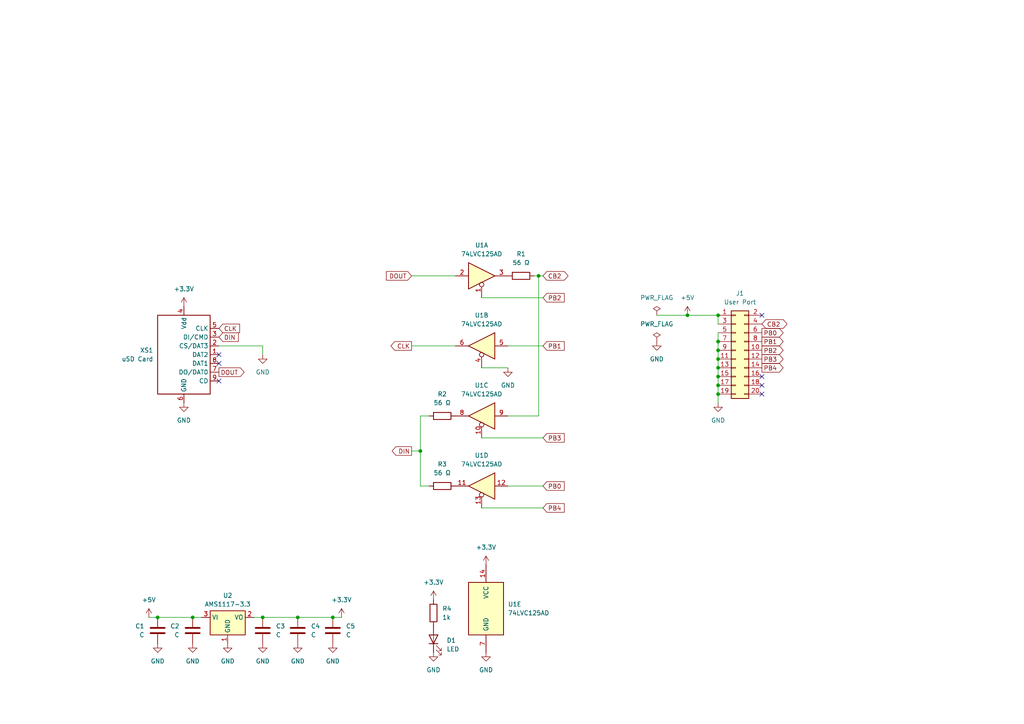
<source format=kicad_sch>
(kicad_sch (version 20230121) (generator eeschema)
  (paper "A4")
  (lib_symbols
    (symbol "74xx:74LS125" (pin_names (offset 1.016))
      (property "Reference" "U" (at 0 1.27 0))
      (property "Value" "74LS125" (at 0 -1.27 0))
      (symbol "74LS125_1_0"
        (polyline (pts (xy -3.81 3.81) (xy -3.81 -3.81) (xy 3.81 0) (xy -3.81 3.81)) (stroke (width 0.254)) (fill (type background)))
        (pin input inverted (at 0 -6.35 90) (length 4.445) (name "~") (number "1"))
        (pin input line (at -7.62 0 0) (length 3.81) (name "~") (number "2"))
        (pin tri_state line (at 7.62 0 180) (length 3.81) (name "~") (number "3"))
      )
      (symbol "74LS125_2_0"
        (polyline (pts (xy -3.81 3.81) (xy -3.81 -3.81) (xy 3.81 0) (xy -3.81 3.81)) (stroke (width 0.254)) (fill (type background)))
        (pin input inverted (at 0 -6.35 90) (length 4.445) (name "~") (number "4"))
        (pin input line (at -7.62 0 0) (length 3.81) (name "~") (number "5"))
        (pin tri_state line (at 7.62 0 180) (length 3.81) (name "~") (number "6"))
      )
      (symbol "74LS125_3_0"
        (polyline (pts (xy -3.81 3.81) (xy -3.81 -3.81) (xy 3.81 0) (xy -3.81 3.81)) (stroke (width 0.254)) (fill (type background)))
        (pin input inverted (at 0 -6.35 90) (length 4.445) (name "~") (number "10"))
        (pin tri_state line (at 7.62 0 180) (length 3.81) (name "~") (number "8"))
        (pin input line (at -7.62 0 0) (length 3.81) (name "~") (number "9"))
      )
      (symbol "74LS125_4_0"
        (polyline (pts (xy -3.81 3.81) (xy -3.81 -3.81) (xy 3.81 0) (xy -3.81 3.81)) (stroke (width 0.254)) (fill (type background)))
        (pin tri_state line (at 7.62 0 180) (length 3.81) (name "~") (number "11"))
        (pin input line (at -7.62 0 0) (length 3.81) (name "~") (number "12"))
        (pin input inverted (at 0 -6.35 90) (length 4.445) (name "~") (number "13"))
      )
      (symbol "74LS125_5_0"
        (pin power_in line (at 0 12.7 270) (length 5.08) (name "VCC") (number "14"))
        (pin power_in line (at 0 -12.7 90) (length 5.08) (name "GND") (number "7"))
      )
      (symbol "74LS125_5_1"
        (rectangle (start -5.08 7.62) (end 5.08 -7.62) (stroke (width 0.254)) (fill (type background)))
      )
    )
    (symbol "Connector_Generic:Conn_02x10_Odd_Even" (pin_names (offset 1.016) hide)
      (property "Reference" "J" (at 1.27 12.7 0))
      (property "Value" "Conn_02x10_Odd_Even" (at 1.27 -15.24 0))
      (symbol "Conn_02x10_Odd_Even_1_1"
        (rectangle (start -1.27 -12.573) (end 0 -12.827) (stroke (width 0.1524)))
        (rectangle (start -1.27 -10.033) (end 0 -10.287) (stroke (width 0.1524)))
        (rectangle (start -1.27 -7.493) (end 0 -7.747) (stroke (width 0.1524)))
        (rectangle (start -1.27 -4.953) (end 0 -5.207) (stroke (width 0.1524)))
        (rectangle (start -1.27 -2.413) (end 0 -2.667) (stroke (width 0.1524)))
        (rectangle (start -1.27 0.127) (end 0 -0.127) (stroke (width 0.1524)))
        (rectangle (start -1.27 2.667) (end 0 2.413) (stroke (width 0.1524)))
        (rectangle (start -1.27 5.207) (end 0 4.953) (stroke (width 0.1524)))
        (rectangle (start -1.27 7.747) (end 0 7.493) (stroke (width 0.1524)))
        (rectangle (start -1.27 10.287) (end 0 10.033) (stroke (width 0.1524)))
        (rectangle (start -1.27 11.43) (end 3.81 -13.97) (stroke (width 0.254)) (fill (type background)))
        (rectangle (start 3.81 -12.573) (end 2.54 -12.827) (stroke (width 0.1524)))
        (rectangle (start 3.81 -10.033) (end 2.54 -10.287) (stroke (width 0.1524)))
        (rectangle (start 3.81 -7.493) (end 2.54 -7.747) (stroke (width 0.1524)))
        (rectangle (start 3.81 -4.953) (end 2.54 -5.207) (stroke (width 0.1524)))
        (rectangle (start 3.81 -2.413) (end 2.54 -2.667) (stroke (width 0.1524)))
        (rectangle (start 3.81 0.127) (end 2.54 -0.127) (stroke (width 0.1524)))
        (rectangle (start 3.81 2.667) (end 2.54 2.413) (stroke (width 0.1524)))
        (rectangle (start 3.81 5.207) (end 2.54 4.953) (stroke (width 0.1524)))
        (rectangle (start 3.81 7.747) (end 2.54 7.493) (stroke (width 0.1524)))
        (rectangle (start 3.81 10.287) (end 2.54 10.033) (stroke (width 0.1524)))
        (pin passive line (at -5.08 10.16 0) (length 3.81) (name "Pin_1") (number "1"))
        (pin passive line (at 7.62 0 180) (length 3.81) (name "Pin_10") (number "10"))
        (pin passive line (at -5.08 -2.54 0) (length 3.81) (name "Pin_11") (number "11"))
        (pin passive line (at 7.62 -2.54 180) (length 3.81) (name "Pin_12") (number "12"))
        (pin passive line (at -5.08 -5.08 0) (length 3.81) (name "Pin_13") (number "13"))
        (pin passive line (at 7.62 -5.08 180) (length 3.81) (name "Pin_14") (number "14"))
        (pin passive line (at -5.08 -7.62 0) (length 3.81) (name "Pin_15") (number "15"))
        (pin passive line (at 7.62 -7.62 180) (length 3.81) (name "Pin_16") (number "16"))
        (pin passive line (at -5.08 -10.16 0) (length 3.81) (name "Pin_17") (number "17"))
        (pin passive line (at 7.62 -10.16 180) (length 3.81) (name "Pin_18") (number "18"))
        (pin passive line (at -5.08 -12.7 0) (length 3.81) (name "Pin_19") (number "19"))
        (pin passive line (at 7.62 10.16 180) (length 3.81) (name "Pin_2") (number "2"))
        (pin passive line (at 7.62 -12.7 180) (length 3.81) (name "Pin_20") (number "20"))
        (pin passive line (at -5.08 7.62 0) (length 3.81) (name "Pin_3") (number "3"))
        (pin passive line (at 7.62 7.62 180) (length 3.81) (name "Pin_4") (number "4"))
        (pin passive line (at -5.08 5.08 0) (length 3.81) (name "Pin_5") (number "5"))
        (pin passive line (at 7.62 5.08 180) (length 3.81) (name "Pin_6") (number "6"))
        (pin passive line (at -5.08 2.54 0) (length 3.81) (name "Pin_7") (number "7"))
        (pin passive line (at 7.62 2.54 180) (length 3.81) (name "Pin_8") (number "8"))
        (pin passive line (at -5.08 0 0) (length 3.81) (name "Pin_9") (number "9"))
      )
    )
    (symbol "Device:C" (pin_numbers hide) (pin_names (offset 0.254))
      (property "Reference" "C" (at 0.635 2.54 0))
      (property "Value" "C" (at 0.635 -2.54 0))
      (symbol "C_0_1"
        (polyline (pts (xy -2.032 -0.762) (xy 2.032 -0.762)) (stroke (width 0.508)))
        (polyline (pts (xy -2.032 0.762) (xy 2.032 0.762)) (stroke (width 0.508)))
      )
      (symbol "C_1_1"
        (pin passive line (at 0 3.81 270) (length 2.794) (name "~") (number "1"))
        (pin passive line (at 0 -3.81 90) (length 2.794) (name "~") (number "2"))
      )
    )
    (symbol "Device:LED" (pin_numbers hide) (pin_names (offset 1.016) hide)
      (property "Reference" "D" (at 0 2.54 0))
      (property "Value" "LED" (at 0 -2.54 0))
      (symbol "LED_0_1"
        (polyline (pts (xy -1.27 -1.27) (xy -1.27 1.27)) (stroke (width 0.254)))
        (polyline (pts (xy -1.27 0) (xy 1.27 0)))
        (polyline (pts (xy 1.27 -1.27) (xy 1.27 1.27) (xy -1.27 0) (xy 1.27 -1.27)) (stroke (width 0.254)))
        (polyline (pts (xy -3.048 -0.762) (xy -4.572 -2.286) (xy -3.81 -2.286) (xy -4.572 -2.286) (xy -4.572 -1.524)))
        (polyline (pts (xy -1.778 -0.762) (xy -3.302 -2.286) (xy -2.54 -2.286) (xy -3.302 -2.286) (xy -3.302 -1.524)))
      )
      (symbol "LED_1_1"
        (pin passive line (at -3.81 0 0) (length 2.54) (name "K") (number "1"))
        (pin passive line (at 3.81 0 180) (length 2.54) (name "A") (number "2"))
      )
    )
    (symbol "Device:R" (pin_numbers hide) (pin_names (offset 0))
      (property "Reference" "R" (at 2.032 0 90))
      (property "Value" "R" (at 0 0 90))
      (symbol "R_0_1"
        (rectangle (start -1.016 -2.54) (end 1.016 2.54) (stroke (width 0.254)))
      )
      (symbol "R_1_1"
        (pin passive line (at 0 3.81 270) (length 1.27) (name "~") (number "1"))
        (pin passive line (at 0 -3.81 90) (length 1.27) (name "~") (number "2"))
      )
    )
    (symbol "Regulator_Linear:AMS1117-3.3"
      (property "Reference" "U" (at -3.81 3.175 0))
      (property "Value" "AMS1117-3.3" (at 0 3.175 0))
      (symbol "AMS1117-3.3_0_1"
        (rectangle (start -5.08 -5.08) (end 5.08 1.905) (stroke (width 0.254)) (fill (type background)))
      )
      (symbol "AMS1117-3.3_1_1"
        (pin power_in line (at 0 -7.62 90) (length 2.54) (name "GND") (number "1"))
        (pin power_out line (at 7.62 0 180) (length 2.54) (name "VO") (number "2"))
        (pin power_in line (at -7.62 0 0) (length 2.54) (name "VI") (number "3"))
      )
    )
    (symbol "power:+3.3V" (power) (pin_names (offset 0))
      (property "Value" "+3.3V" (at 0 3.556 0))
      (symbol "+3.3V_0_1"
        (polyline (pts (xy -0.762 1.27) (xy 0 2.54)))
        (polyline (pts (xy 0 0) (xy 0 2.54)))
        (polyline (pts (xy 0 2.54) (xy 0.762 1.27)))
      )
      (symbol "+3.3V_1_1"
        (pin power_in line (at 0 0 90) (length 0) hide (name "+3.3V") (number "1"))
      )
    )
    (symbol "power:+5V" (power) (pin_names (offset 0))
      (property "Value" "+5V" (at 0 3.556 0))
      (symbol "+5V_0_1"
        (polyline (pts (xy -0.762 1.27) (xy 0 2.54)))
        (polyline (pts (xy 0 0) (xy 0 2.54)))
        (polyline (pts (xy 0 2.54) (xy 0.762 1.27)))
      )
      (symbol "+5V_1_1"
        (pin power_in line (at 0 0 90) (length 0) hide (name "+5V") (number "1"))
      )
    )
    (symbol "power:GND" (power) (pin_names (offset 0))
      (property "Value" "GND" (at 0 -3.81 0))
      (symbol "GND_0_1"
        (polyline (pts (xy 0 0) (xy 0 -1.27) (xy 1.27 -1.27) (xy 0 -2.54) (xy -1.27 -1.27) (xy 0 -1.27)))
      )
      (symbol "GND_1_1"
        (pin power_in line (at 0 0 270) (length 0) hide (name "GND") (number "1"))
      )
    )
    (symbol "power:PWR_FLAG" (power) (pin_numbers hide) (pin_names (offset 0) hide)
      (property "Value" "PWR_FLAG" (at 0 3.81 0))
      (symbol "PWR_FLAG_0_0"
        (pin power_out line (at 0 0 90) (length 0) (name "pwr") (number "1"))
      )
      (symbol "PWR_FLAG_0_1"
        (polyline (pts (xy 0 0) (xy 0 1.27) (xy -1.016 1.905) (xy 0 2.54) (xy 1.016 1.905) (xy 0 1.27)))
      )
    )
    (symbol "symbols:SD_ebay-uSD-push_push_SMD"
      (property "Reference" "XS" (at 5.08 -13.97 0))
      (property "Value" "SD_ebay-uSD-push_push_SMD" (at -11.43 -1.27 90))
      (symbol "SD_ebay-uSD-push_push_SMD_0_0"
        (rectangle (start 6.35 11.43) (end -8.89 -11.43) (stroke (width 0.254)))
      )
      (symbol "SD_ebay-uSD-push_push_SMD_1_1"
        (pin bidirectional line (at 8.89 0 180) (length 2.54) (name "DAT2") (number "1"))
        (pin input line (at 8.89 2.54 180) (length 2.54) (name "CS/DAT3") (number "2"))
        (pin input line (at 8.89 5.08 180) (length 2.54) (name "DI/CMD") (number "3"))
        (pin input line (at -1.27 13.97 270) (length 2.54) (name "Vdd") (number "4"))
        (pin input line (at 8.89 7.62 180) (length 2.54) (name "CLK") (number "5"))
        (pin input line (at -1.27 -13.97 90) (length 2.54) (name "GND") (number "6"))
        (pin input line (at 8.89 -5.08 180) (length 2.54) (name "DO/DAT0") (number "7"))
        (pin bidirectional line (at 8.89 -2.54 180) (length 2.54) (name "DAT1") (number "8"))
        (pin input line (at 8.89 -7.62 180) (length 2.54) (name "CD") (number "9"))
      )
    )
  )
  (junction (at 76.2 179.07))
  (junction (at 45.72 179.07))
  (junction (at 96.52 179.07))
  (junction (at 121.92 130.81))
  (junction (at 156.21 80.01))
  (junction (at 208.28 91.44))
  (junction (at 208.28 114.3))
  (junction (at 208.28 109.22))
  (junction (at 208.28 101.6))
  (junction (at 55.88 179.07))
  (junction (at 208.28 99.06))
  (junction (at 86.36 179.07))
  (junction (at 199.39 91.44))
  (junction (at 208.28 106.68))
  (junction (at 208.28 104.14))
  (junction (at 208.28 111.76))
  (no_connect (at 220.98 109.22))
  (no_connect (at 220.98 114.3))
  (no_connect (at 63.5 105.41))
  (no_connect (at 220.98 111.76))
  (no_connect (at 63.5 102.87))
  (no_connect (at 63.5 110.49))
  (no_connect (at 220.98 91.44))
  (wire (pts (xy 157.48 80.01) (xy 156.21 80.01)))
  (wire (pts (xy 208.28 101.6) (xy 208.28 104.14)))
  (wire (pts (xy 55.88 179.07) (xy 45.72 179.07)))
  (wire (pts (xy 124.46 140.97) (xy 121.92 140.97)))
  (wire (pts (xy 119.38 130.81) (xy 121.92 130.81)))
  (wire (pts (xy 156.21 80.01) (xy 154.94 80.01)))
  (wire (pts (xy 147.32 120.65) (xy 156.21 120.65)))
  (wire (pts (xy 139.7 127) (xy 157.48 127)))
  (wire (pts (xy 208.28 109.22) (xy 208.28 111.76)))
  (wire (pts (xy 208.28 114.3) (xy 208.28 116.84)))
  (wire (pts (xy 208.28 111.76) (xy 208.28 114.3)))
  (wire (pts (xy 190.5 91.44) (xy 199.39 91.44)))
  (wire (pts (xy 121.92 130.81) (xy 121.92 140.97)))
  (wire (pts (xy 58.42 179.07) (xy 55.88 179.07)))
  (wire (pts (xy 121.92 120.65) (xy 121.92 130.81)))
  (wire (pts (xy 157.48 140.97) (xy 147.32 140.97)))
  (wire (pts (xy 63.5 100.33) (xy 76.2 100.33)))
  (wire (pts (xy 86.36 179.07) (xy 96.52 179.07)))
  (wire (pts (xy 76.2 179.07) (xy 73.66 179.07)))
  (wire (pts (xy 208.28 106.68) (xy 208.28 109.22)))
  (wire (pts (xy 156.21 120.65) (xy 156.21 80.01)))
  (wire (pts (xy 119.38 80.01) (xy 132.08 80.01)))
  (wire (pts (xy 208.28 91.44) (xy 208.28 93.98)))
  (wire (pts (xy 76.2 100.33) (xy 76.2 102.87)))
  (wire (pts (xy 119.38 100.33) (xy 132.08 100.33)))
  (wire (pts (xy 139.7 86.36) (xy 157.48 86.36)))
  (wire (pts (xy 208.28 96.52) (xy 208.28 99.06)))
  (wire (pts (xy 86.36 179.07) (xy 76.2 179.07)))
  (wire (pts (xy 208.28 104.14) (xy 208.28 106.68)))
  (wire (pts (xy 45.72 179.07) (xy 43.18 179.07)))
  (wire (pts (xy 208.28 99.06) (xy 208.28 101.6)))
  (wire (pts (xy 199.39 91.44) (xy 208.28 91.44)))
  (wire (pts (xy 139.7 106.68) (xy 147.32 106.68)))
  (wire (pts (xy 99.06 179.07) (xy 96.52 179.07)))
  (wire (pts (xy 121.92 120.65) (xy 124.46 120.65)))
  (wire (pts (xy 147.32 100.33) (xy 157.48 100.33)))
  (wire (pts (xy 139.7 147.32) (xy 157.48 147.32)))
  (global_label "CB2" (shape bidirectional) (at 220.98 93.98 0) (property "Intersheetrefs" "${INTERSHEET_REFS}" (effects hide)))
  (global_label "CLK" (shape output) (at 119.38 100.33 180) (property "Intersheetrefs" "${INTERSHEET_REFS}" (effects hide)))
  (global_label "DOUT" (shape input) (at 119.38 80.01 180) (property "Intersheetrefs" "${INTERSHEET_REFS}" (effects hide)))
  (global_label "PB0" (shape input) (at 157.48 140.97 0) (property "Intersheetrefs" "${INTERSHEET_REFS}" (effects hide)))
  (global_label "DIN" (shape output) (at 119.38 130.81 180) (property "Intersheetrefs" "${INTERSHEET_REFS}" (effects hide)))
  (global_label "PB1" (shape output) (at 220.98 99.06 0) (property "Intersheetrefs" "${INTERSHEET_REFS}" (effects hide)))
  (global_label "PB2" (shape input) (at 157.48 86.36 0) (property "Intersheetrefs" "${INTERSHEET_REFS}" (effects hide)))
  (global_label "DOUT" (shape output) (at 63.5 107.95 0) (property "Intersheetrefs" "${INTERSHEET_REFS}" (effects hide)))
  (global_label "DIN" (shape input) (at 63.5 97.79 0) (property "Intersheetrefs" "${INTERSHEET_REFS}" (effects hide)))
  (global_label "PB4" (shape output) (at 220.98 106.68 0) (property "Intersheetrefs" "${INTERSHEET_REFS}" (effects hide)))
  (global_label "PB4" (shape input) (at 157.48 147.32 0) (property "Intersheetrefs" "${INTERSHEET_REFS}" (effects hide)))
  (global_label "CLK" (shape input) (at 63.5 95.25 0) (property "Intersheetrefs" "${INTERSHEET_REFS}" (effects hide)))
  (global_label "PB2" (shape output) (at 220.98 101.6 0) (property "Intersheetrefs" "${INTERSHEET_REFS}" (effects hide)))
  (global_label "PB0" (shape output) (at 220.98 96.52 0) (property "Intersheetrefs" "${INTERSHEET_REFS}" (effects hide)))
  (global_label "PB3" (shape output) (at 220.98 104.14 0) (property "Intersheetrefs" "${INTERSHEET_REFS}" (effects hide)))
  (global_label "CB2" (shape bidirectional) (at 157.48 80.01 0) (property "Intersheetrefs" "${INTERSHEET_REFS}" (effects hide)))
  (global_label "PB1" (shape input) (at 157.48 100.33 0) (property "Intersheetrefs" "${INTERSHEET_REFS}" (effects hide)))
  (global_label "PB3" (shape input) (at 157.48 127 0) (property "Intersheetrefs" "${INTERSHEET_REFS}" (effects hide)))
  (symbol (lib_id "power:PWR_FLAG") (at 190.5 91.44 0) (unit 1)
    (property "Reference" "#FLG01" (effects hide))
    (property "Value" "PWR_FLAG" (at 190.5 86.36 0))
  )
  (symbol (lib_id "power:+3.3V") (at 99.06 179.07 0) (mirror y) (unit 1)
    (property "Reference" "#PWR011" (effects hide))
    (property "Value" "+3.3V" (at 99.06 173.99 0))
  )
  (symbol (lib_id "74xx:74LS125") (at 139.7 120.65 0) (mirror y) (unit 3)
    (property "Reference" "U1" (at 139.7 111.76 0))
    (property "Value" "74LVC125AD" (at 139.7 114.3 0))
    (property "Footprint" "Package_SO:SOIC-14_3.9x8.7mm_P1.27mm" (effects hide))
    (property "Datasheet" "https://assets.nexperia.com/documents/data-sheet/74LVC125A.pdf" (effects hide))
  )
  (symbol (lib_id "Device:R") (at 125.73 177.8 0) (unit 1)
    (property "Reference" "R4" (at 128.27 176.53 0) (effects (justify left)))
    (property "Value" "1k" (at 128.27 179.07 0) (effects (justify left)))
    (property "Footprint" "Resistor_SMD:R_0603_1608Metric" (effects hide))
  )
  (symbol (lib_id "power:+5V") (at 43.18 179.07 0) (mirror y) (unit 1)
    (property "Reference" "#PWR010" (effects hide))
    (property "Value" "+5V" (at 43.18 173.99 0))
  )
  (symbol (lib_id "power:GND") (at 76.2 186.69 0) (mirror y) (unit 1)
    (property "Reference" "#PWR015" (effects hide))
    (property "Value" "GND" (at 76.2 191.77 0))
  )
  (symbol (lib_id "power:+3.3V") (at 53.34 88.9 0) (unit 1)
    (property "Reference" "#PWR01" (effects hide))
    (property "Value" "+3.3V" (at 53.34 83.82 0))
  )
  (symbol (lib_id "Device:C") (at 55.88 182.88 0) (mirror y) (unit 1)
    (property "Reference" "C2" (at 52.07 181.61 0) (effects (justify left)))
    (property "Value" "C" (at 52.07 184.15 0) (effects (justify left)))
    (property "Footprint" "Capacitor_SMD:C_0603_1608Metric" (effects hide))
  )
  (symbol (lib_id "power:PWR_FLAG") (at 190.5 99.06 0) (unit 1)
    (property "Reference" "#FLG02" (effects hide))
    (property "Value" "PWR_FLAG" (at 190.5 93.98 0))
  )
  (symbol (lib_id "74xx:74LS125") (at 139.7 80.01 0) (unit 1)
    (property "Reference" "U1" (at 139.7 71.12 0))
    (property "Value" "74LVC125AD" (at 139.7 73.66 0))
    (property "Footprint" "Package_SO:SOIC-14_3.9x8.7mm_P1.27mm" (effects hide))
    (property "Datasheet" "https://assets.nexperia.com/documents/data-sheet/74LVC125A.pdf" (effects hide))
  )
  (symbol (lib_id "power:GND") (at 53.34 116.84 0) (unit 1)
    (property "Reference" "#PWR06" (effects hide))
    (property "Value" "GND" (at 53.34 121.92 0))
  )
  (symbol (lib_id "symbols:SD_ebay-uSD-push_push_SMD") (at 54.61 102.87 0) (unit 1)
    (property "Reference" "XS1" (at 44.45 101.6 0) (effects (justify right)))
    (property "Value" "uSD Card" (at 44.45 104.14 0) (effects (justify right)))
    (property "Footprint" "footprints:Conn_uSDcard" (effects hide))
    (property "Datasheet" "_" (effects hide))
    (property "Manf#" "_" (effects hide))
    (property "Manf" "ebay" (effects hide))
  )
  (symbol (lib_id "power:GND") (at 140.97 189.23 0) (unit 1)
    (property "Reference" "#PWR019" (effects hide))
    (property "Value" "GND" (at 140.97 194.31 0))
  )
  (symbol (lib_id "power:GND") (at 125.73 189.23 0) (unit 1)
    (property "Reference" "#PWR018" (effects hide))
    (property "Value" "GND" (at 125.73 194.31 0))
  )
  (symbol (lib_id "power:GND") (at 96.52 186.69 0) (mirror y) (unit 1)
    (property "Reference" "#PWR017" (effects hide))
    (property "Value" "GND" (at 96.52 191.77 0))
  )
  (symbol (lib_id "power:+5V") (at 199.39 91.44 0) (unit 1)
    (property "Reference" "#PWR02" (effects hide))
    (property "Value" "+5V" (at 199.39 86.36 0))
  )
  (symbol (lib_id "Device:C") (at 96.52 182.88 0) (unit 1)
    (property "Reference" "C5" (at 100.33 181.61 0) (effects (justify left)))
    (property "Value" "C" (at 100.33 184.15 0) (effects (justify left)))
    (property "Footprint" "Capacitor_SMD:C_0603_1608Metric" (effects hide))
  )
  (symbol (lib_id "Device:R") (at 128.27 140.97 90) (unit 1)
    (property "Reference" "R3" (at 128.27 134.62 90))
    (property "Value" "56 Ω" (at 128.27 137.16 90))
    (property "Footprint" "Resistor_SMD:R_0603_1608Metric" (effects hide))
  )
  (symbol (lib_id "power:+3.3V") (at 140.97 163.83 0) (mirror y) (unit 1)
    (property "Reference" "#PWR08" (effects hide))
    (property "Value" "+3.3V" (at 140.97 158.75 0))
  )
  (symbol (lib_id "power:GND") (at 86.36 186.69 0) (mirror y) (unit 1)
    (property "Reference" "#PWR016" (effects hide))
    (property "Value" "GND" (at 86.36 191.77 0))
  )
  (symbol (lib_id "power:GND") (at 190.5 99.06 0) (unit 1)
    (property "Reference" "#PWR03" (effects hide))
    (property "Value" "GND" (at 190.5 104.14 0))
  )
  (symbol (lib_id "74xx:74LS125") (at 139.7 140.97 0) (mirror y) (unit 4)
    (property "Reference" "U1" (at 139.7 132.08 0))
    (property "Value" "74LVC125AD" (at 139.7 134.62 0))
    (property "Footprint" "Package_SO:SOIC-14_3.9x8.7mm_P1.27mm" (effects hide))
    (property "Datasheet" "https://assets.nexperia.com/documents/data-sheet/74LVC125A.pdf" (effects hide))
  )
  (symbol (lib_id "Device:LED") (at 125.73 185.42 90) (unit 1)
    (property "Reference" "D1" (at 129.54 185.7375 90) (effects (justify right)))
    (property "Value" "LED" (at 129.54 188.2775 90) (effects (justify right)))
    (property "Footprint" "LED_SMD:LED_0603_1608Metric" (effects hide))
  )
  (symbol (lib_id "Connector_Generic:Conn_02x10_Odd_Even") (at 213.36 101.6 0) (unit 1)
    (property "Reference" "J1" (at 214.63 85.09 0))
    (property "Value" "User Port" (at 214.63 87.63 0))
    (property "Footprint" "Connector_PinSocket_2.54mm:PinSocket_2x10_P2.54mm_Horizontal" (effects hide))
  )
  (symbol (lib_id "Device:R") (at 128.27 120.65 90) (unit 1)
    (property "Reference" "R2" (at 128.27 114.3 90))
    (property "Value" "56 Ω" (at 128.27 116.84 90))
    (property "Footprint" "Resistor_SMD:R_0603_1608Metric" (effects hide))
  )
  (symbol (lib_id "power:+3.3V") (at 125.73 173.99 0) (unit 1)
    (property "Reference" "#PWR09" (effects hide))
    (property "Value" "+3.3V" (at 125.73 168.91 0))
  )
  (symbol (lib_id "power:GND") (at 76.2 102.87 0) (unit 1)
    (property "Reference" "#PWR04" (effects hide))
    (property "Value" "GND" (at 76.2 107.95 0))
  )
  (symbol (lib_id "power:GND") (at 147.32 106.68 0) (unit 1)
    (property "Reference" "#PWR05" (effects hide))
    (property "Value" "GND" (at 147.32 111.76 0))
  )
  (symbol (lib_id "74xx:74LS125") (at 140.97 176.53 0) (unit 5)
    (property "Reference" "U1" (at 147.32 175.26 0) (effects (justify left)))
    (property "Value" "74LVC125AD" (at 147.32 177.8 0) (effects (justify left)))
    (property "Footprint" "Package_SO:SOIC-14_3.9x8.7mm_P1.27mm" (effects hide))
    (property "Datasheet" "https://assets.nexperia.com/documents/data-sheet/74LVC125A.pdf" (effects hide))
  )
  (symbol (lib_id "Device:C") (at 86.36 182.88 0) (unit 1)
    (property "Reference" "C4" (at 90.17 181.61 0) (effects (justify left)))
    (property "Value" "C" (at 90.17 184.15 0) (effects (justify left)))
    (property "Footprint" "Capacitor_SMD:C_0603_1608Metric" (effects hide))
  )
  (symbol (lib_id "power:GND") (at 45.72 186.69 0) (mirror y) (unit 1)
    (property "Reference" "#PWR012" (effects hide))
    (property "Value" "GND" (at 45.72 191.77 0))
  )
  (symbol (lib_id "Regulator_Linear:AMS1117-3.3") (at 66.04 179.07 0) (unit 1)
    (property "Reference" "U2" (at 66.04 172.72 0))
    (property "Value" "AMS1117-3.3" (at 66.04 175.26 0))
    (property "Footprint" "Package_TO_SOT_SMD:SOT-223-3_TabPin2" (effects hide))
    (property "Datasheet" "http://www.advanced-monolithic.com/pdf/ds1117.pdf" (effects hide))
  )
  (symbol (lib_id "power:GND") (at 66.04 186.69 0) (mirror y) (unit 1)
    (property "Reference" "#PWR014" (effects hide))
    (property "Value" "GND" (at 66.04 191.77 0))
  )
  (symbol (lib_id "power:GND") (at 55.88 186.69 0) (mirror y) (unit 1)
    (property "Reference" "#PWR013" (effects hide))
    (property "Value" "GND" (at 55.88 191.77 0))
  )
  (symbol (lib_id "Device:R") (at 151.13 80.01 90) (unit 1)
    (property "Reference" "R1" (at 151.13 73.66 90))
    (property "Value" "56 Ω" (at 151.13 76.2 90))
    (property "Footprint" "Resistor_SMD:R_0603_1608Metric" (effects hide))
  )
  (symbol (lib_id "Device:C") (at 76.2 182.88 0) (unit 1)
    (property "Reference" "C3" (at 80.01 181.61 0) (effects (justify left)))
    (property "Value" "C" (at 80.01 184.15 0) (effects (justify left)))
    (property "Footprint" "Capacitor_SMD:C_0603_1608Metric" (effects hide))
  )
  (symbol (lib_id "power:GND") (at 208.28 116.84 0) (unit 1)
    (property "Reference" "#PWR07" (effects hide))
    (property "Value" "GND" (at 208.28 121.92 0))
  )
  (symbol (lib_id "74xx:74LS125") (at 139.7 100.33 0) (mirror y) (unit 2)
    (property "Reference" "U1" (at 139.7 91.44 0))
    (property "Value" "74LVC125AD" (at 139.7 93.98 0))
    (property "Footprint" "Package_SO:SOIC-14_3.9x8.7mm_P1.27mm" (effects hide))
    (property "Datasheet" "https://assets.nexperia.com/documents/data-sheet/74LVC125A.pdf" (effects hide))
  )
  (symbol (lib_id "Device:C") (at 45.72 182.88 0) (mirror y) (unit 1)
    (property "Reference" "C1" (at 41.91 181.61 0) (effects (justify left)))
    (property "Value" "C" (at 41.91 184.15 0) (effects (justify left)))
    (property "Footprint" "Capacitor_SMD:C_0603_1608Metric" (effects hide))
  )
)
</source>
